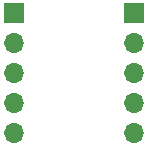
<source format=gbr>
G04 #@! TF.GenerationSoftware,KiCad,Pcbnew,(5.1.5-0-10_14)*
G04 #@! TF.CreationDate,2020-05-09T22:59:04-06:00*
G04 #@! TF.ProjectId,HVSSOP-8,48565353-4f50-42d3-982e-6b696361645f,rev?*
G04 #@! TF.SameCoordinates,Original*
G04 #@! TF.FileFunction,Copper,L2,Bot*
G04 #@! TF.FilePolarity,Positive*
%FSLAX46Y46*%
G04 Gerber Fmt 4.6, Leading zero omitted, Abs format (unit mm)*
G04 Created by KiCad (PCBNEW (5.1.5-0-10_14)) date 2020-05-09 22:59:04*
%MOMM*%
%LPD*%
G04 APERTURE LIST*
%ADD10O,1.700000X1.700000*%
%ADD11R,1.700000X1.700000*%
G04 APERTURE END LIST*
D10*
X159512000Y-98806000D03*
X159512000Y-96266000D03*
X159512000Y-93726000D03*
X159512000Y-91186000D03*
D11*
X159512000Y-88646000D03*
D10*
X149352000Y-98806000D03*
X149352000Y-96266000D03*
X149352000Y-93726000D03*
X149352000Y-91186000D03*
D11*
X149352000Y-88646000D03*
M02*

</source>
